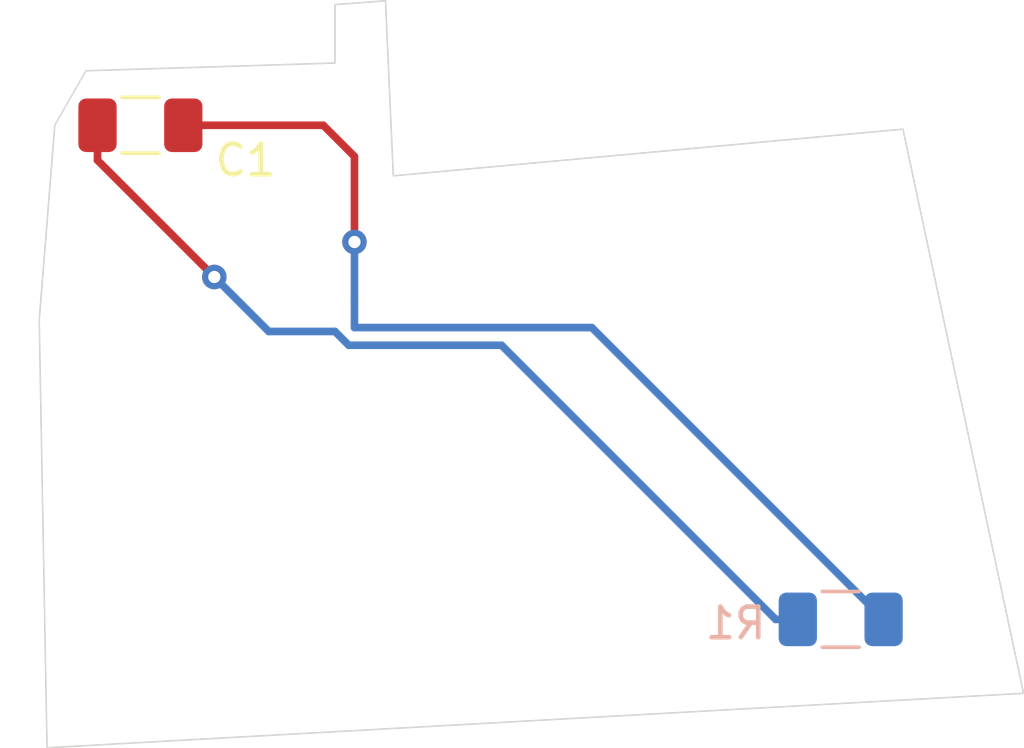
<source format=kicad_pcb>
(kicad_pcb (version 20171130) (host pcbnew "(6.0.0-rc1-dev-347-gd8782b751)")

  (general
    (thickness 1.6)
    (drawings 10)
    (tracks 18)
    (zones 0)
    (modules 2)
    (nets 3)
  )

  (page A4)
  (layers
    (0 F.Cu signal)
    (31 B.Cu signal)
    (32 B.Adhes user)
    (33 F.Adhes user hide)
    (34 B.Paste user)
    (35 F.Paste user)
    (36 B.SilkS user)
    (37 F.SilkS user)
    (38 B.Mask user)
    (39 F.Mask user)
    (40 Dwgs.User user)
    (41 Cmts.User user)
    (42 Eco1.User user)
    (43 Eco2.User user)
    (44 Edge.Cuts user)
    (45 Margin user)
    (46 B.CrtYd user)
    (47 F.CrtYd user)
    (48 B.Fab user hide)
    (49 F.Fab user hide)
  )

  (setup
    (last_trace_width 0.25)
    (trace_clearance 0.2)
    (zone_clearance 0.508)
    (zone_45_only no)
    (trace_min 0.2)
    (via_size 0.8)
    (via_drill 0.4)
    (via_min_size 0.4)
    (via_min_drill 0.3)
    (uvia_size 0.3)
    (uvia_drill 0.1)
    (uvias_allowed no)
    (uvia_min_size 0.2)
    (uvia_min_drill 0.1)
    (edge_width 0.05)
    (segment_width 0.2)
    (pcb_text_width 0.3)
    (pcb_text_size 1.5 1.5)
    (mod_edge_width 0.12)
    (mod_text_size 1 1)
    (mod_text_width 0.15)
    (pad_size 1.524 1.524)
    (pad_drill 0.762)
    (pad_to_mask_clearance 0.2)
    (aux_axis_origin 0 0)
    (visible_elements 7FFFFFFF)
    (pcbplotparams
      (layerselection 0x010fc_ffffffff)
      (usegerberextensions false)
      (usegerberattributes false)
      (usegerberadvancedattributes false)
      (creategerberjobfile true)
      (excludeedgelayer true)
      (linewidth 0.050000)
      (plotframeref false)
      (viasonmask false)
      (mode 1)
      (useauxorigin false)
      (hpglpennumber 1)
      (hpglpenspeed 20)
      (hpglpendiameter 15.000000)
      (psnegative false)
      (psa4output false)
      (plotreference true)
      (plotvalue true)
      (plotinvisibletext false)
      (padsonsilk false)
      (subtractmaskfromsilk false)
      (outputformat 1)
      (mirror false)
      (drillshape 0)
      (scaleselection 1)
      (outputdirectory "./"))
  )

  (net 0 "")
  (net 1 "Net-(C1-Pad2)")
  (net 2 +5V)

  (net_class Default "This is the default net class."
    (clearance 0.2)
    (trace_width 0.25)
    (via_dia 0.8)
    (via_drill 0.4)
    (uvia_dia 0.3)
    (uvia_drill 0.1)
    (add_net +5V)
    (add_net "Net-(C1-Pad2)")
  )

  (module Resistor_SMD:R_1206_3216Metric (layer B.Cu) (tedit 5B301BBD) (tstamp 5DD623D7)
    (at 40.132 31.877)
    (descr "Resistor SMD 1206 (3216 Metric), square (rectangular) end terminal, IPC_7351 nominal, (Body size source: http://www.tortai-tech.com/upload/download/2011102023233369053.pdf), generated with kicad-footprint-generator")
    (tags resistor)
    (path /5E2E53BB)
    (attr smd)
    (fp_text reference R1 (at -3.429 0.127) (layer B.SilkS)
      (effects (font (size 1 1) (thickness 0.15)) (justify mirror))
    )
    (fp_text value 1000 (at 0 -1.82) (layer B.Fab)
      (effects (font (size 1 1) (thickness 0.15)) (justify mirror))
    )
    (fp_text user %R (at -3.194001 0.006001) (layer B.Fab)
      (effects (font (size 0.8 0.8) (thickness 0.12)) (justify mirror))
    )
    (fp_line (start 2.28 -1.12) (end -2.28 -1.12) (layer B.CrtYd) (width 0.05))
    (fp_line (start 2.28 1.12) (end 2.28 -1.12) (layer B.CrtYd) (width 0.05))
    (fp_line (start -2.28 1.12) (end 2.28 1.12) (layer B.CrtYd) (width 0.05))
    (fp_line (start -2.28 -1.12) (end -2.28 1.12) (layer B.CrtYd) (width 0.05))
    (fp_line (start -0.602064 -0.91) (end 0.602064 -0.91) (layer B.SilkS) (width 0.12))
    (fp_line (start -0.602064 0.91) (end 0.602064 0.91) (layer B.SilkS) (width 0.12))
    (fp_line (start 1.6 -0.8) (end -1.6 -0.8) (layer B.Fab) (width 0.1))
    (fp_line (start 1.6 0.8) (end 1.6 -0.8) (layer B.Fab) (width 0.1))
    (fp_line (start -1.6 0.8) (end 1.6 0.8) (layer B.Fab) (width 0.1))
    (fp_line (start -1.6 -0.8) (end -1.6 0.8) (layer B.Fab) (width 0.1))
    (fp_text user "C4410 " (at 0 0) (layer B.Fab)
      (effects (font (size 1 1) (thickness 0.15)) (justify mirror))
    )
    (pad 2 smd roundrect (at 1.4 0) (size 1.25 1.75) (layers B.Cu B.Paste B.Mask) (roundrect_rratio 0.2)
      (net 1 "Net-(C1-Pad2)"))
    (pad 1 smd roundrect (at -1.4 0) (size 1.25 1.75) (layers B.Cu B.Paste B.Mask) (roundrect_rratio 0.2)
      (net 2 +5V))
    (model ${KISYS3DMOD}/Resistor_SMD.3dshapes/R_1206_3216Metric.wrl
      (at (xyz 0 0 0))
      (scale (xyz 1 1 1))
      (rotate (xyz 0 0 0))
    )
  )

  (module Capacitor_SMD:C_1206_3216Metric (layer F.Cu) (tedit 5B301BBE) (tstamp 5DD623C6)
    (at 17.272 15.748)
    (descr "Capacitor SMD 1206 (3216 Metric), square (rectangular) end terminal, IPC_7351 nominal, (Body size source: http://www.tortai-tech.com/upload/download/2011102023233369053.pdf), generated with kicad-footprint-generator")
    (tags capacitor)
    (path /5E2E5446)
    (attr smd)
    (fp_text reference C1 (at 3.429 1.143) (layer F.SilkS)
      (effects (font (size 1 1) (thickness 0.15)))
    )
    (fp_text value 10Fu (at 3.917999 0.124999) (layer F.Fab)
      (effects (font (size 1 1) (thickness 0.15)))
    )
    (fp_text user %R (at -3.702001 0.124999) (layer F.Fab)
      (effects (font (size 0.8 0.8) (thickness 0.12)))
    )
    (fp_line (start 2.28 1.12) (end -2.28 1.12) (layer F.CrtYd) (width 0.05))
    (fp_line (start 2.28 -1.12) (end 2.28 1.12) (layer F.CrtYd) (width 0.05))
    (fp_line (start -2.28 -1.12) (end 2.28 -1.12) (layer F.CrtYd) (width 0.05))
    (fp_line (start -2.28 1.12) (end -2.28 -1.12) (layer F.CrtYd) (width 0.05))
    (fp_line (start -0.602064 0.91) (end 0.602064 0.91) (layer F.SilkS) (width 0.12))
    (fp_line (start -0.602064 -0.91) (end 0.602064 -0.91) (layer F.SilkS) (width 0.12))
    (fp_line (start 1.6 0.8) (end -1.6 0.8) (layer F.Fab) (width 0.1))
    (fp_line (start 1.6 -0.8) (end 1.6 0.8) (layer F.Fab) (width 0.1))
    (fp_line (start -1.6 -0.8) (end 1.6 -0.8) (layer F.Fab) (width 0.1))
    (fp_line (start -1.6 0.8) (end -1.6 -0.8) (layer F.Fab) (width 0.1))
    (fp_text user "C13585 " (at 0 0) (layer F.Fab)
      (effects (font (size 1 1) (thickness 0.15)))
    )
    (pad 2 smd roundrect (at 1.4 0) (size 1.25 1.75) (layers F.Cu F.Paste F.Mask) (roundrect_rratio 0.2)
      (net 1 "Net-(C1-Pad2)"))
    (pad 1 smd roundrect (at -1.4 0) (size 1.25 1.75) (layers F.Cu F.Paste F.Mask) (roundrect_rratio 0.2)
      (net 2 +5V))
    (model ${KISYS3DMOD}/Capacitor_SMD.3dshapes/C_1206_3216Metric.wrl
      (at (xyz 0 0 0))
      (scale (xyz 1 1 1))
      (rotate (xyz 0 0 0))
    )
  )

  (gr_line (start 42.164 15.875) (end 25.527 17.399) (layer Edge.Cuts) (width 0.05))
  (gr_line (start 46.101 34.29) (end 42.164 15.875) (layer Edge.Cuts) (width 0.05))
  (gr_line (start 14.224 36.068) (end 46.101 34.29) (layer Edge.Cuts) (width 0.05))
  (gr_line (start 13.97 22.098) (end 14.224 36.068) (layer Edge.Cuts) (width 0.05))
  (gr_line (start 23.622 11.811) (end 23.622 13.716) (layer Edge.Cuts) (width 0.05))
  (gr_line (start 25.273 11.684) (end 23.622 11.811) (layer Edge.Cuts) (width 0.05))
  (gr_line (start 25.527 17.399) (end 25.273 11.684) (layer Edge.Cuts) (width 0.05))
  (gr_line (start 14.478 15.748) (end 15.494 13.97) (layer Edge.Cuts) (width 0.05))
  (gr_line (start 13.97 22.098) (end 14.478 15.748) (layer Edge.Cuts) (width 0.05))
  (gr_line (start 15.494 13.97) (end 23.622 13.716) (layer Edge.Cuts) (width 0.05))

  (segment (start 23.241 15.748) (end 18.672 15.748) (width 0.25) (layer F.Cu) (net 1))
  (segment (start 24.26 16.767) (end 23.241 15.748) (width 0.25) (layer F.Cu) (net 1))
  (segment (start 24.26 19.558) (end 24.26 16.767) (width 0.25) (layer F.Cu) (net 1) (tstamp 5DD160E7))
  (via (at 24.26 19.558) (size 0.8) (drill 0.4) (layers F.Cu B.Cu) (net 1))
  (segment (start 24.26 21.504) (end 24.26 19.558) (width 0.25) (layer B.Cu) (net 1))
  (segment (start 32.007 22.352) (end 24.26 22.352) (width 0.25) (layer B.Cu) (net 1))
  (segment (start 41.532 31.877) (end 32.007 22.352) (width 0.25) (layer B.Cu) (net 1))
  (segment (start 24.26 22.352) (end 24.26 21.504) (width 0.25) (layer B.Cu) (net 1))
  (segment (start 15.872 16.891) (end 19.685 20.701) (width 0.25) (layer F.Cu) (net 2))
  (segment (start 15.872 15.748) (end 15.872 16.891) (width 0.25) (layer F.Cu) (net 2))
  (via (at 19.685 20.701) (size 0.8) (drill 0.4) (layers F.Cu B.Cu) (net 2))
  (segment (start 19.685 20.704) (end 19.685 20.701) (width 0.25) (layer B.Cu) (net 2))
  (segment (start 21.46 22.479) (end 19.685 20.704) (width 0.25) (layer B.Cu) (net 2))
  (segment (start 23.62359 22.479) (end 21.46 22.479) (width 0.25) (layer B.Cu) (net 2))
  (segment (start 24.0736 22.92901) (end 23.62359 22.479) (width 0.25) (layer B.Cu) (net 2))
  (segment (start 29.05901 22.92901) (end 24.0736 22.92901) (width 0.25) (layer B.Cu) (net 2))
  (segment (start 38.007 31.877) (end 29.05901 22.92901) (width 0.25) (layer B.Cu) (net 2))
  (segment (start 38.732 31.877) (end 38.007 31.877) (width 0.25) (layer B.Cu) (net 2))

)

</source>
